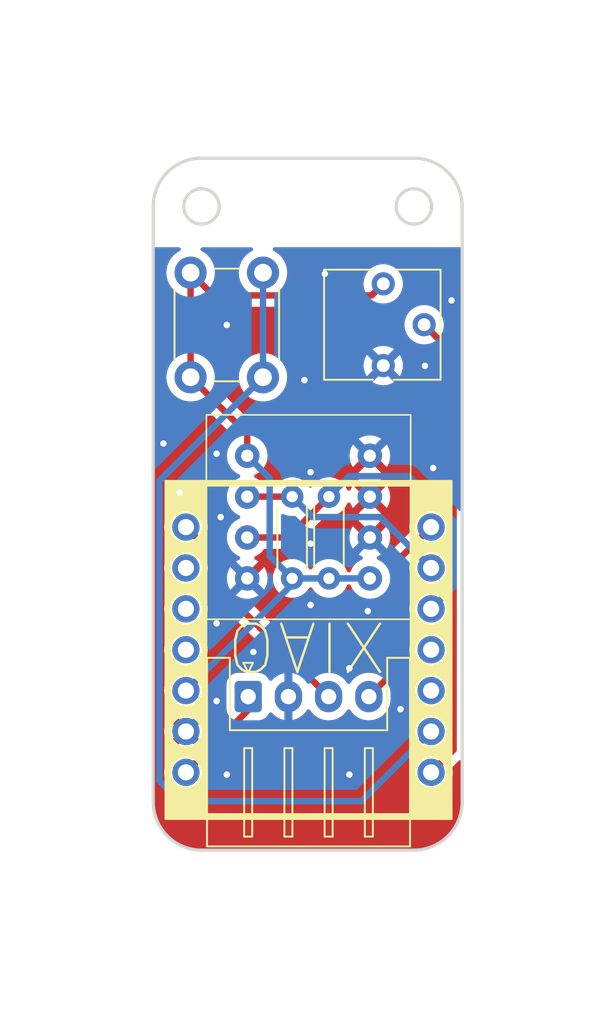
<source format=kicad_pcb>
(kicad_pcb (version 20221018) (generator pcbnew)
  (layers (0 "F.Cu" signal) (31 "B.Cu" signal) (34 "B.Paste" user) (35 "F.Paste" user) (36 "B.SilkS" user "B.Silkscreen") (37 "F.SilkS" user "F.Silkscreen") (38 "B.Mask" user) (39 "F.Mask" user) (44 "Edge.Cuts" user))
  (net 0 "")
  (net 1 "+5V")
  (net 2 "GND")
  (net 3 "TX")
  (net 4 "RX")
  (net 5 "Net-(U2-PA02_A0_D0)")
  (net 6 "+3.3V")
  (net 7 "Net-(U2-PA4_A1_D1)")
  (net 10 "SDA")
  (net 11 "SCL")
  (footprint "L3GD20H_Module:L3GD20H_Module" (layer "F.Cu") (at 147.32 84.074)
    (fp_text reference "U3" hide)
    (fp_text value "~" hide)
    (fp_rect (start -7.62 5.08) (end 5.08 -7.62) (stroke (width 0.1)) (fill none) (layer "F.SilkS"))
    (pad "1" thru_hole circle (at -5.08 -5.08) (size 1.524 1.524) (drill 0.762) (layers "*.Cu" "*.Mask") (net 6 "+3.3V"))
    (pad "2" thru_hole circle (at -5.08 -2.54) (size 1.524 1.524) (drill 0.762) (layers "*.Cu" "*.Mask") (net 11 "SCL"))
    (pad "3" thru_hole circle (at -5.08 0) (size 1.524 1.524) (drill 0.762) (layers "*.Cu" "*.Mask") (net 10 "SDA"))
    (pad "4" thru_hole circle (at -5.08 2.54) (size 1.524 1.524) (drill 0.762) (layers "*.Cu" "*.Mask") (net 2 "GND"))
    (pad "5" thru_hole circle (at 2.54 -5.08) (size 1.524 1.524) (drill 0.762) (layers "*.Cu" "*.Mask") (net 2 "GND"))
    (pad "6" thru_hole circle (at 2.54 -2.54) (size 1.524 1.524) (drill 0.762) (layers "*.Cu" "*.Mask") (net 2 "GND"))
    (pad "7" thru_hole circle (at 2.54 0) (size 1.524 1.524) (drill 0.762) (layers "*.Cu" "*.Mask") (net 2 "GND"))
    (pad "8" thru_hole circle (at 2.54 2.54) (size 1.524 1.524) (drill 0.762) (layers "*.Cu" "*.Mask") (net 6 "+3.3V"))
  )
  (footprint "Resistor_THT:R_Axial_DIN0204_L3.6mm_D1.6mm_P5.08mm_Horizontal" (layer "F.Cu") (at 147.32 81.534 -90)
    (fp_text reference "R2" hide)
    (fp_text value "R" hide)
    (fp_line (start 0.62 -0.92) (end 4.46 -0.92) (stroke (width 0.12)) (layer "F.SilkS"))
    (fp_line (start 0.62 0.92) (end 4.46 0.92) (stroke (width 0.12)) (layer "F.SilkS"))
    (pad "1" thru_hole circle (at 0 0 270) (size 1.4 1.4) (drill 0.7) (layers "*.Cu" "*.Mask") (net 10 "SDA"))
    (pad "2" thru_hole oval (at 5.08 0 270) (size 1.4 1.4) (drill 0.7) (layers "*.Cu" "*.Mask") (net 6 "+3.3V"))
  )
  (footprint "Connector_JST:JST_XH_S4B-XH-A_1x04_P2.50mm_Horizontal" (layer "F.Cu") (at 142.3 93.959)
    (fp_text reference "J1" hide)
    (fp_text value "Conn_01x04_Socket" hide)
    (fp_line (start -2.56 -2.41) (end -1.14 -2.41) (stroke (width 0.12)) (layer "F.SilkS"))
    (fp_line (start -2.56 9.31) (end -2.56 -2.41) (stroke (width 0.12)) (layer "F.SilkS"))
    (fp_line (start -1.14 -2.41) (end -1.14 2.09) (stroke (width 0.12)) (layer "F.SilkS"))
    (fp_line (start -1.14 2.09) (end 3.75 2.09) (stroke (width 0.12)) (layer "F.SilkS"))
    (fp_line (start -0.3 -2.1) (end 0.3 -2.1) (stroke (width 0.12)) (layer "F.SilkS"))
    (fp_line (start -0.25 3.2) (end -0.25 8.7) (stroke (width 0.12)) (layer "F.SilkS"))
    (fp_line (start -0.25 8.7) (end 0.25 8.7) (stroke (width 0.12)) (layer "F.SilkS"))
    (fp_line (start 0 -1.5) (end -0.3 -2.1) (stroke (width 0.12)) (layer "F.SilkS"))
    (fp_line (start 0.25 3.2) (end -0.25 3.2) (stroke (width 0.12)) (layer "F.SilkS"))
    (fp_line (start 0.25 8.7) (end 0.25 3.2) (stroke (width 0.12)) (layer "F.SilkS"))
    (fp_line (start 0.3 -2.1) (end 0 -1.5) (stroke (width 0.12)) (layer "F.SilkS"))
    (fp_line (start 2.25 3.2) (end 2.25 8.7) (stroke (width 0.12)) (layer "F.SilkS"))
    (fp_line (start 2.25 8.7) (end 2.75 8.7) (stroke (width 0.12)) (layer "F.SilkS"))
    (fp_line (start 2.75 3.2) (end 2.25 3.2) (stroke (width 0.12)) (layer "F.SilkS"))
    (fp_line (start 2.75 8.7) (end 2.75 3.2) (stroke (width 0.12)) (layer "F.SilkS"))
    (fp_line (start 3.75 9.31) (end -2.56 9.31) (stroke (width 0.12)) (layer "F.SilkS"))
    (fp_line (start 3.75 9.31) (end 10.06 9.31) (stroke (width 0.12)) (layer "F.SilkS"))
    (fp_line (start 4.75 3.2) (end 4.75 8.7) (stroke (width 0.12)) (layer "F.SilkS"))
    (fp_line (start 4.75 8.7) (end 5.25 8.7) (stroke (width 0.12)) (layer "F.SilkS"))
    (fp_line (start 5.25 3.2) (end 4.75 3.2) (stroke (width 0.12)) (layer "F.SilkS"))
    (fp_line (start 5.25 8.7) (end 5.25 3.2) (stroke (width 0.12)) (layer "F.SilkS"))
    (fp_line (start 7.25 3.2) (end 7.25 8.7) (stroke (width 0.12)) (layer "F.SilkS"))
    (fp_line (start 7.25 8.7) (end 7.75 8.7) (stroke (width 0.12)) (layer "F.SilkS"))
    (fp_line (start 7.75 3.2) (end 7.25 3.2) (stroke (width 0.12)) (layer "F.SilkS"))
    (fp_line (start 7.75 8.7) (end 7.75 3.2) (stroke (width 0.12)) (layer "F.SilkS"))
    (fp_line (start 8.64 -2.41) (end 8.64 2.09) (stroke (width 0.12)) (layer "F.SilkS"))
    (fp_line (start 8.64 2.09) (end 3.75 2.09) (stroke (width 0.12)) (layer "F.SilkS"))
    (fp_line (start 10.06 -2.41) (end 8.64 -2.41) (stroke (width 0.12)) (layer "F.SilkS"))
    (fp_line (start 10.06 9.31) (end 10.06 -2.41) (stroke (width 0.12)) (layer "F.SilkS"))
    (pad "1" thru_hole roundrect (at 0 0) (size 1.7 1.95) (drill 0.95) (layers "*.Cu" "*.Mask") (roundrect_rratio 0.1470588235) (net 1 "+5V"))
    (pad "2" thru_hole oval (at 2.5 0) (size 1.7 1.95) (drill 0.95) (layers "*.Cu" "*.Mask") (net 2 "GND"))
    (pad "3" thru_hole oval (at 5 0) (size 1.7 1.95) (drill 0.95) (layers "*.Cu" "*.Mask") (net 3 "TX"))
    (pad "4" thru_hole oval (at 7.5 0) (size 1.7 1.95) (drill 0.95) (layers "*.Cu" "*.Mask") (net 4 "RX"))
  )
  (footprint "Resistor_THT:R_Axial_DIN0204_L3.6mm_D1.6mm_P5.08mm_Horizontal" (layer "F.Cu") (at 145.034 81.534 -90)
    (fp_text reference "R1" hide)
    (fp_text value "R" hide)
    (fp_line (start 0.62 -0.92) (end 4.46 -0.92) (stroke (width 0.12)) (layer "F.SilkS"))
    (fp_line (start 0.62 0.92) (end 4.46 0.92) (stroke (width 0.12)) (layer "F.SilkS"))
    (pad "1" thru_hole circle (at 0 0 270) (size 1.4 1.4) (drill 0.7) (layers "*.Cu" "*.Mask") (net 11 "SCL"))
    (pad "2" thru_hole oval (at 5.08 0 270) (size 1.4 1.4) (drill 0.7) (layers "*.Cu" "*.Mask") (net 6 "+3.3V"))
  )
  (footprint "Button_Switch_THT:SW_PUSH_6mm" (layer "F.Cu") (at 138.72 74.116 90)
    (fp_text reference "SW1" hide)
    (fp_text value "SW_Push" hide)
    (fp_line (start -0.25 1.5) (end -0.25 3) (stroke (width 0.12)) (layer "F.SilkS"))
    (fp_line (start 1 5.5) (end 5.5 5.5) (stroke (width 0.12)) (layer "F.SilkS"))
    (fp_line (start 5.5 -1) (end 1 -1) (stroke (width 0.12)) (layer "F.SilkS"))
    (fp_line (start 6.75 3) (end 6.75 1.5) (stroke (width 0.12)) (layer "F.SilkS"))
    (pad "1" thru_hole circle (at 0 0 180) (size 2 2) (drill 1.1) (layers "*.Cu" "*.Mask") (net 6 "+3.3V"))
    (pad "1" thru_hole circle (at 6.5 0 180) (size 2 2) (drill 1.1) (layers "*.Cu" "*.Mask") (net 6 "+3.3V"))
    (pad "2" thru_hole circle (at 0 4.5 180) (size 2 2) (drill 1.1) (layers "*.Cu" "*.Mask") (net 7 "Net-(U2-PA4_A1_D1)"))
    (pad "2" thru_hole circle (at 6.5 4.5 180) (size 2 2) (drill 1.1) (layers "*.Cu" "*.Mask") (net 7 "Net-(U2-PA4_A1_D1)"))
  )
  (footprint "Potentiometer_THT:Potentiometer_Vishay_T73YP_Vertical" (layer "F.Cu") (at 150.697 73.391)
    (fp_text reference "RV1" hide)
    (fp_text value "R_Potentiometer_Trim_US" hide)
    (fp_line (start -3.68 -5.96) (end -3.68 0.88) (stroke (width 0.12)) (layer "F.SilkS"))
    (fp_line (start -3.68 -5.96) (end -0.65 -5.96) (stroke (width 0.12)) (layer "F.SilkS"))
    (fp_line (start -3.68 0.88) (end -0.65 0.88) (stroke (width 0.12)) (layer "F.SilkS"))
    (fp_line (start 0.65 -5.96) (end 3.56 -5.96) (stroke (width 0.12)) (layer "F.SilkS"))
    (fp_line (start 0.65 0.88) (end 3.56 0.88) (stroke (width 0.12)) (layer "F.SilkS"))
    (fp_line (start 3.56 -5.96) (end 3.56 0.88) (stroke (width 0.12)) (layer "F.SilkS"))
    (pad "1" thru_hole circle (at 0 0) (size 1.44 1.44) (drill 0.8) (layers "*.Cu" "*.Mask") (net 2 "GND"))
    (pad "2" thru_hole circle (at 2.54 -2.54) (size 1.44 1.44) (drill 0.8) (layers "*.Cu" "*.Mask") (net 5 "Net-(U2-PA02_A0_D0)"))
    (pad "3" thru_hole circle (at 0 -5.08) (size 1.44 1.44) (drill 0.8) (layers "*.Cu" "*.Mask") (net 6 "+3.3V"))
  )
  (footprint "Seeeduino_Xiao:seeeduinoXIAO" (layer "F.Cu") (at 146.150731 91.3765 180)
    (fp_text reference "U2" hide)
    (fp_text value "SeeeduinoXIAO" hide)
    (fp_text user "XIAO" (at 0.227731 0.5715 180 unlocked) (layer "F.SilkS") (effects (font (size 3 3))))
    (fp_line (start -8.7884 -10.1854) (end 8.9916 -10.1854) (stroke (width 0.12)) (layer "F.SilkS"))
    (fp_line (start -8.7884 10.8204) (end -8.7884 -10.1854) (stroke (width 0.12)) (layer "F.SilkS"))
    (fp_line (start -6.2484 10.8204) (end -6.2484 -10.1854) (stroke (width 0.12)) (layer "F.SilkS"))
    (fp_line (start 6.4516 -10.16) (end 6.4516 10.8077) (stroke (width 0.12)) (layer "F.SilkS"))
    (fp_line (start 6.4516 10.8077) (end -6.260139 10.825871) (stroke (width 0.1)) (layer "F.SilkS"))
    (fp_line (start 8.9916 -10.1854) (end 8.9916 10.8204) (stroke (width 0.12)) (layer "F.SilkS"))
    (fp_line (start 8.9916 10.8204) (end -8.7884 10.8204) (stroke (width 0.12)) (layer "F.SilkS"))
    (fp_rect (start 6.4262 -9.8806) (end -6.2484 -10.1727) (stroke (width 0.1)) (fill none) (layer "F.SilkS"))
    (fp_rect (start 6.4516 10.8077) (end -6.223 10.5156) (stroke (width 0.1)) (fill none) (layer "F.SilkS"))
    (fp_circle (center -7.5184 -7.289466) (end -8.4836 -7.264066) (stroke (width 0.1)) (fill none) (layer "F.SilkS"))
    (fp_circle (center -7.5184 -4.749466) (end -8.4836 -4.724066) (stroke (width 0.1)) (fill none) (layer "F.SilkS"))
    (fp_circle (center -7.5184 -2.209466) (end -8.4836 -2.184066) (stroke (width 0.1)) (fill none) (layer "F.SilkS"))
    (fp_circle (center -7.5184 0.330534) (end -8.4836 0.355934) (stroke (width 0.1)) (fill none) (layer "F.SilkS"))
    (fp_circle (center -7.5184 2.870534) (end -8.4836 2.895934) (stroke (width 0.1)) (fill none) (layer "F.SilkS"))
    (fp_circle (center -7.5184 5.410534) (end -8.4836 5.435934) (stroke (width 0.1)) (fill none) (layer "F.SilkS"))
    (fp_circle (center -7.5184 7.950534) (end -8.4836 7.975934) (stroke (width 0.1)) (fill none) (layer "F.SilkS"))
    (fp_circle (center 7.7216 -7.289466) (end 6.7564 -7.264066) (stroke (width 0.1)) (fill none) (layer "F.SilkS"))
    (fp_circle (center 7.7216 -4.749466) (end 6.7564 -4.724066) (stroke (width 0.1)) (fill none) (layer "F.SilkS"))
    (fp_circle (center 7.7216 -2.209466) (end 6.7564 -2.184066) (stroke (width 0.1)) (fill none) (layer "F.SilkS"))
    (fp_circle (center 7.7216 0.330534) (end 6.7564 0.355934) (stroke (width 0.1)) (fill none) (layer "F.SilkS"))
    (fp_circle (center 7.7216 2.870534) (end 6.7564 2.895934) (stroke (width 0.1)) (fill none) (layer "F.SilkS"))
    (fp_circle (center 7.7216 7.9502) (end 6.7564 7.9756) (stroke (width 0.1)) (fill none) (layer "F.SilkS"))
    (fp_circle (center 7.721934 5.4102) (end 6.756734 5.4356) (stroke (width 0.1)) (fill none) (layer "F.SilkS"))
    (fp_poly (pts (xy 6.4262 -9.8806) (xy 6.4262 -10.1727) (xy -6.260139 -10.179929) (xy -6.2484 -9.8806)) (stroke (width 0.1)) (fill solid) (layer "F.SilkS"))
    (fp_poly (pts (xy 6.4516 10.8077) (xy 6.4516 10.5156) (xy -6.223 10.5156) (xy -6.223 10.8077)) (stroke (width 0.1)) (fill solid) (layer "F.SilkS"))
    (fp_poly (pts (xy -8.495673 7.956005) (xy -8.800139 7.955671) (xy -8.774739 8.920871) (xy -7.885739 8.920871) (xy -8.088939 8.768471) (xy -8.342939 8.539871) (xy -8.419139 8.387471) (xy -8.495339 8.184271)) (stroke (width 0.1)) (fill solid) (layer "F.SilkS"))
    (fp_poly (pts (xy 6.756066 7.950534) (xy 6.4516 7.9502) (xy 6.477 8.9154) (xy 7.366 8.9154) (xy 7.1628 8.763) (xy 6.9088 8.5344) (xy 6.8326 8.382) (xy 6.7564 8.1788)) (stroke (width 0.1)) (fill solid) (layer "F.SilkS"))
    (fp_poly (pts (xy -8.495673 -2.229395) (xy -8.774739 -2.229729) (xy -8.800139 0.310271) (xy -8.495673 0.310605) (xy -8.469939 -0.019929) (xy -8.342939 -0.273929) (xy -8.139739 -0.477129) (xy -7.733339 -0.654929) (xy -7.403139 -0.654929) (xy -6.945939 -0.527929) (xy -6.590339 -0.096129) (xy -6.564939 -1.899529) (xy -6.895139 -1.442329) (xy -7.276139 -1.239129) (xy -7.758739 -1.239129) (xy -8.190539 -1.467729) (xy -8.393739 -1.721729) (xy -8.495339 -2.001129)) (stroke (width 0.1)) (fill solid) (layer "F.SilkS"))
    (fp_poly (pts (xy -8.495673 -7.283995) (xy -8.774739 -7.284329) (xy -8.800139 -4.744329) (xy -8.495673 -4.743995) (xy -8.469939 -5.074529) (xy -8.342939 -5.328529) (xy -8.139739 -5.557129) (xy -7.733339 -5.734929) (xy -7.403139 -5.7658) (xy -6.945939 -5.607929) (xy -6.590339 -5.176129) (xy -6.590339 -5.150729) (xy -6.564939 -6.954129) (xy -6.895139 -6.496929) (xy -7.276139 -6.293729) (xy -7.758739 -6.293729) (xy -8.190539 -6.522329) (xy -8.393739 -6.776329) (xy -8.495339 -7.055729)) (stroke (width 0.1)) (fill solid) (layer "F.SilkS"))
    (fp_poly (pts (xy -8.495673 -4.743995) (xy -8.774739 -4.744329) (xy -8.800139 -2.204329) (xy -8.495673 -2.203995) (xy -8.469939 -2.534529) (xy -8.342939 -2.788529) (xy -8.165139 -3.017129) (xy -7.758739 -3.194929) (xy -7.3914 -3.2004) (xy -6.945939 -3.093329) (xy -6.590339 -2.661529) (xy -6.590339 -2.610729) (xy -6.564939 -4.414129) (xy -6.895139 -3.956929) (xy -7.276139 -3.753729) (xy -7.758739 -3.753729) (xy -8.190539 -3.982329) (xy -8.393739 -4.236329) (xy -8.495339 -4.515729)) (stroke (width 0.1)) (fill solid) (layer "F.SilkS"))
    (fp_poly (pts (xy -8.495673 0.310605) (xy -8.774739 0.310271) (xy -8.800139 2.850271) (xy -8.495673 2.850605) (xy -8.469939 2.520071) (xy -8.342939 2.266071) (xy -8.139739 2.062871) (xy -7.733339 1.885071) (xy -7.403139 1.885071) (xy -6.971339 1.986671) (xy -6.615739 2.418471) (xy -6.590339 2.443871) (xy -6.564939 0.640471) (xy -6.895139 1.097671) (xy -7.276139 1.300871) (xy -7.758739 1.300871) (xy -8.190539 1.072271) (xy -8.393739 0.818271) (xy -8.495339 0.538871)) (stroke (width 0.1)) (fill solid) (layer "F.SilkS"))
    (fp_poly (pts (xy -8.495673 2.876005) (xy -8.774739 2.875671) (xy -8.800139 5.415671) (xy -8.495673 5.416005) (xy -8.469939 5.085471) (xy -8.342939 4.831471) (xy -8.165139 4.602871) (xy -7.758739 4.425071) (xy -7.403139 4.3942) (xy -6.945939 4.552071) (xy -6.590339 4.983871) (xy -6.590339 5.009271) (xy -6.564939 3.205871) (xy -6.895139 3.663071) (xy -7.276139 3.866271) (xy -7.758739 3.866271) (xy -8.190539 3.637671) (xy -8.393739 3.383671) (xy -8.495339 3.104271)) (stroke (width 0.1)) (fill solid) (layer "F.SilkS"))
    (fp_poly (pts (xy -8.495673 5.416005) (xy -8.774739 5.415671) (xy -8.800139 7.955671) (xy -8.495673 7.956005) (xy -8.469939 7.625471) (xy -8.342939 7.371471) (xy -8.165139 7.142871) (xy -7.758739 6.965071) (xy -7.403139 6.9596) (xy -6.945939 7.092071) (xy -6.590339 7.523871) (xy -6.590339 7.549271) (xy -6.564939 5.745871) (xy -6.895139 6.203071) (xy -7.276139 6.406271) (xy -7.758739 6.406271) (xy -8.190539 6.177671) (xy -8.393739 5.923671) (xy -8.495339 5.644271)) (stroke (width 0.1)) (fill solid) (layer "F.SilkS"))
    (fp_poly (pts (xy 6.756066 -7.289466) (xy 6.477 -7.2898) (xy 6.4516 -4.7498) (xy 6.756066 -4.749466) (xy 6.7818 -5.08) (xy 6.9088 -5.334) (xy 7.112 -5.5372) (xy 7.5184 -5.715) (xy 7.8486 -5.715) (xy 8.2804 -5.588) (xy 8.636 -5.1562) (xy 8.6614 -5.1562) (xy 8.6868 -6.9596) (xy 8.3566 -6.5024) (xy 7.9756 -6.2992) (xy 7.493 -6.2992) (xy 7.0612 -6.5278) (xy 6.858 -6.7818) (xy 6.7564 -7.0612)) (stroke (width 0.1)) (fill solid) (layer "F.SilkS"))
    (fp_poly (pts (xy 6.756066 -4.749466) (xy 6.477 -4.7498) (xy 6.4516 -2.2098) (xy 6.756066 -2.209466) (xy 6.7818 -2.54) (xy 6.9088 -2.794) (xy 7.112 -2.9972) (xy 7.5184 -3.175) (xy 7.8486 -3.175) (xy 8.2804 -3.048) (xy 8.636 -2.6162) (xy 8.6614 -2.6162) (xy 8.6868 -4.4196) (xy 8.3566 -3.9624) (xy 7.9756 -3.7592) (xy 7.493 -3.7592) (xy 7.0612 -3.9878) (xy 6.858 -4.2418) (xy 6.7564 -4.5212)) (stroke (width 0.1)) (fill solid) (layer "F.SilkS"))
    (fp_poly (pts (xy 6.756066 -2.234866) (xy 6.477 -2.2352) (xy 6.4516 0.3048) (xy 6.756066 0.305134) (xy 6.7818 -0.0254) (xy 6.9088 -0.2794) (xy 7.112 -0.4826) (xy 7.5184 -0.6604) (xy 7.8486 -0.6604) (xy 8.2804 -0.5334) (xy 8.636 -0.1016) (xy 8.6614 -0.1016) (xy 8.6868 -1.905) (xy 8.3566 -1.4478) (xy 7.9756 -1.2446) (xy 7.493 -1.2446) (xy 7.0612 -1.4732) (xy 6.858 -1.7272) (xy 6.7564 -2.0066)) (stroke (width 0.1)) (fill solid) (layer "F.SilkS"))
    (fp_poly (pts (xy 6.756066 0.305134) (xy 6.477 0.3048) (xy 6.4516 2.8448) (xy 6.756066 2.845134) (xy 6.7818 2.5146) (xy 6.9088 2.2606) (xy 7.112 2.0574) (xy 7.5184 1.8796) (xy 7.8486 1.8796) (xy 8.2804 2.0066) (xy 8.636 2.4384) (xy 8.6614 2.4384) (xy 8.6868 0.635) (xy 8.3566 1.0922) (xy 7.9756 1.2954) (xy 7.493 1.2954) (xy 7.0612 1.0668) (xy 6.858 0.8128) (xy 6.7564 0.5334)) (stroke (width 0.1)) (fill solid) (layer "F.SilkS"))
    (fp_poly (pts (xy 6.756066 2.870534) (xy 6.477 2.8702) (xy 6.4516 5.4102) (xy 6.756066 5.410534) (xy 6.7818 5.08) (xy 6.9088 4.826) (xy 7.112 4.6228) (xy 7.5184 4.445) (xy 7.8486 4.445) (xy 8.2804 4.572) (xy 8.636 5.0038) (xy 8.6614 5.0038) (xy 8.6868 3.2004) (xy 8.3566 3.6576) (xy 7.9756 3.8608) (xy 7.493 3.8608) (xy 7.0612 3.6322) (xy 6.858 3.3782) (xy 6.7564 3.0988)) (stroke (width 0.1)) (fill solid) (layer "F.SilkS"))
    (fp_poly (pts (xy 6.756066 5.410534) (xy 6.477 5.4102) (xy 6.4516 7.9502) (xy 6.756066 7.950534) (xy 6.7818 7.62) (xy 6.9088 7.366) (xy 7.112 7.1628) (xy 7.5184 6.985) (xy 7.8486 6.985) (xy 8.2804 7.112) (xy 8.636 7.5438) (xy 8.6614 7.5438) (xy 8.6868 5.7404) (xy 8.3566 6.1976) (xy 7.9756 6.4008) (xy 7.493 6.4008) (xy 7.0612 6.1722) (xy 6.858 5.9182) (xy 6.7564 5.6388)) (stroke (width 0.1)) (fill solid) (layer "F.SilkS"))
    (fp_poly (pts (xy -6.260139 10.825871) (xy -6.260139 -10.179929) (xy -8.800139 -10.192629) (xy -8.774739 -7.284329) (xy -8.546473 -7.283995) (xy -8.444539 -7.792329) (xy -8.114339 -8.071729) (xy -7.758739 -8.274929) (xy -7.276139 -8.274929) (xy -6.844339 -8.097129) (xy -6.539539 -7.614529) (xy -6.539539 -7.131929) (xy -6.564605 -4.743995) (xy -6.564605 2.876005) (xy -6.564271 5.415671) (xy -6.539205 7.955671) (xy -6.590339 8.336671) (xy -6.869739 8.717671) (xy -7.276139 8.920871) (xy -7.530139 8.921205) (xy -8.774739 8.920871) (xy -8.800139 10.813171)) (stroke (width 0.1)) (fill solid) (layer "F.SilkS"))
    (fp_poly (pts (xy 8.9916 10.8204) (xy 8.9916 -10.1854) (xy 6.4516 -10.16) (xy 6.477 -7.2898) (xy 6.705266 -7.289466) (xy 6.8072 -7.7978) (xy 7.1374 -8.0772) (xy 7.493 -8.2804) (xy 7.9756 -8.2804) (xy 8.382 -8.0518) (xy 8.6868 -7.5692) (xy 8.7122 -7.1374) (xy 8.687134 -4.749466) (xy 8.687134 2.870534) (xy 8.687468 5.4102) (xy 8.687134 7.9502) (xy 8.636 8.3312) (xy 8.382 8.7122) (xy 7.9756 8.9154) (xy 7.7216 8.915734) (xy 6.477 8.9154) (xy 6.4516 10.8077)) (stroke (width 0.1)) (fill solid) (layer "F.SilkS"))
    (pad "1" thru_hole circle (at -7.5184 -7.2898) (size 1.7 1.7) (drill 1) (layers "*.Cu" "*.Mask") (net 5 "Net-(U2-PA02_A0_D0)"))
    (pad "2" thru_hole circle (at -7.5184 -4.7498) (size 1.7 1.7) (drill 1) (layers "*.Cu" "*.Mask") (net 7 "Net-(U2-PA4_A1_D1)"))
    (pad "3" thru_hole circle (at -7.5184 -2.2098) (size 1.7 1.7) (drill 1) (layers "*.Cu" "*.Mask"))
    (pad "4" thru_hole circle (at -7.5184 0.3302) (size 1.7 1.7) (drill 1) (layers "*.Cu" "*.Mask"))
    (pad "5" thru_hole circle (at -7.5184 2.8702) (size 1.7 1.7) (drill 1) (layers "*.Cu" "*.Mask") (net 10 "SDA"))
    (pad "6" thru_hole circle (at -7.5184 5.4102) (size 1.7 1.7) (drill 1) (layers "*.Cu" "*.Mask") (net 11 "SCL"))
    (pad "7" thru_hole circle (at -7.5184 7.9502) (size 1.7 1.7) (drill 1) (layers "*.Cu" "*.Mask") (net 4 "RX"))
    (pad "8" thru_hole circle (at 7.7216 7.9502) (size 1.7 1.7) (drill 1) (layers "*.Cu" "*.Mask") (net 3 "TX"))
    (pad "9" thru_hole circle (at 7.7216 5.4102) (size 1.7 1.7) (drill 1) (layers "*.Cu" "*.Mask"))
    (pad "10" thru_hole circle (at 7.7216 2.8702) (size 1.7 1.7) (drill 1) (layers "*.Cu" "*.Mask"))
    (pad "11" thru_hole circle (at 7.7216 0.3302) (size 1.7 1.7) (drill 1) (layers "*.Cu" "*.Mask"))
    (pad "12" thru_hole circle (at 7.7216 -2.2098) (size 1.7 1.7) (drill 1) (layers "*.Cu" "*.Mask") (net 6 "+3.3V"))
    (pad "13" thru_hole circle (at 7.7216 -4.7498) (size 1.7 1.7) (drill 1) (layers "*.Cu" "*.Mask") (net 2 "GND"))
    (pad "14" thru_hole circle (at 7.7216 -7.2898) (size 1.7 1.7) (drill 1) (layers "*.Cu" "*.Mask") (net 1 "+5V"))
  )
  (gr_line (start 155.598 100.5) (end 155.598 63.5) (stroke (width 0.2)) (layer "Edge.Cuts"))
  (gr_arc (start 152.598 60.5) (mid 154.71932 61.37868) (end 155.598 63.5) (stroke (width 0.2)) (layer "Edge.Cuts"))
  (gr_line (start 139.398 103.5) (end 152.598 103.5) (stroke (width 0.2)) (layer "Edge.Cuts"))
  (gr_circle (center 139.398 63.5) (end 140.498 63.5) (stroke (width 0.2)) (fill none) (layer "Edge.Cuts"))
  (gr_arc (start 139.398 103.5) (mid 137.27668 102.62132) (end 136.398 100.5) (stroke (width 0.2)) (layer "Edge.Cuts"))
  (gr_line (start 152.598 60.5) (end 139.398 60.5) (stroke (width 0.2)) (layer "Edge.Cuts"))
  (gr_circle (center 152.598 63.5) (end 153.698 63.5) (stroke (width 0.2)) (fill none) (layer "Edge.Cuts"))
  (gr_arc (start 136.398 63.5) (mid 137.27668 61.37868) (end 139.398 60.5) (stroke (width 0.2)) (layer "Edge.Cuts"))
  (gr_arc (start 155.598 100.5) (mid 154.71932 102.62132) (end 152.598 103.5) (stroke (width 0.2)) (layer "Edge.Cuts"))
  (gr_line (start 136.398 63.5) (end 136.398 100.5) (stroke (width 0.2)) (layer "Edge.Cuts"))
  (segment (start 142.3 93.959) (end 142.3 94.795431) (width 0.4) (layer "F.Cu") (net 1))
  (segment (start 142.3 94.795431) (end 138.429131 98.6663) (width 0.4) (layer "F.Cu") (net 1))
  (via (at 140.335 78.867) (size 0.8) (drill 0.4) (layers "F.Cu" "B.Cu") (net 2))
  (via (at 154.94 69.342) (size 0.8) (drill 0.4) (layers "F.Cu" "B.Cu") (net 2))
  (via (at 153.797 79.756) (size 0.8) (drill 0.4) (layers "F.Cu" "B.Cu") (net 2))
  (via (at 151.765 94.742) (size 0.8) (drill 0.4) (layers "F.Cu" "B.Cu") (net 2))
  (via (at 140.97 98.806) (size 0.8) (drill 0.4) (layers "F.Cu" "B.Cu") (net 2))
  (via (at 137.033 78.232) (size 0.8) (drill 0.4) (layers "F.Cu" "B.Cu") (net 2))
  (via (at 148.59 92.202) (size 0.8) (drill 0.4) (layers "F.Cu" "B.Cu") (net 2))
  (via (at 140.335 89.408) (size 0.8) (drill 0.4) (layers "F.Cu" "B.Cu") (net 2))
  (via (at 142.621 91.186) (size 0.8) (drill 0.4) (layers "F.Cu" "B.Cu") (net 2))
  (via (at 140.97 70.866) (size 0.8) (drill 0.4) (layers "F.Cu" "B.Cu") (net 2))
  (via (at 146.177 80.01) (size 0.8) (drill 0.4) (layers "F.Cu" "B.Cu") (net 2))
  (via (at 140.589 82.804) (size 0.8) (drill 0.4) (layers "F.Cu" "B.Cu") (net 2))
  (via (at 146.177 84.455) (size 0.8) (drill 0.4) (layers "F.Cu" "B.Cu") (net 2))
  (via (at 138.049 81.28) (size 0.8) (drill 0.4) (layers "F.Cu" "B.Cu") (net 2))
  (via (at 140.335 94.234) (size 0.8) (drill 0.4) (layers "F.Cu" "B.Cu") (net 2))
  (via (at 153.289 73.406) (size 0.8) (drill 0.4) (layers "F.Cu" "B.Cu") (net 2))
  (via (at 146.177 88.265) (size 0.8) (drill 0.4) (layers "F.Cu" "B.Cu") (net 2))
  (via (at 147.066 67.691) (size 0.8) (drill 0.4) (layers "F.Cu" "B.Cu") (net 2))
  (via (at 148.59 98.806) (size 0.8) (drill 0.4) (layers "F.Cu" "B.Cu") (net 2))
  (via (at 145.796 74.295) (size 0.8) (drill 0.4) (layers "F.Cu" "B.Cu") (net 2))
  (via (at 149.733 88.646) (size 0.8) (drill 0.4) (layers "F.Cu" "B.Cu") (net 2))
  (segment (start 147.3 93.959) (end 140.589 87.248) (width 0.4) (layer "F.Cu") (net 3))
  (segment (start 140.589 87.248) (end 140.589 85.586169) (width 0.4) (layer "F.Cu") (net 3))
  (segment (start 140.589 85.586169) (end 138.429131 83.4263) (width 0.4) (layer "F.Cu") (net 3))
  (segment (start 151.511 92.248) (end 151.511 85.584431) (width 0.4) (layer "F.Cu") (net 4))
  (segment (start 149.8 93.959) (end 151.511 92.248) (width 0.4) (layer "F.Cu") (net 4))
  (segment (start 151.511 85.584431) (end 153.669131 83.4263) (width 0.4) (layer "F.Cu") (net 4))
  (segment (start 155.067 72.681) (end 153.237 70.851) (width 0.4) (layer "F.Cu") (net 5))
  (segment (start 153.669131 98.6663) (end 155.067 97.268431) (width 0.4) (layer "F.Cu") (net 5))
  (segment (start 155.067 97.268431) (end 155.067 72.681) (width 0.4) (layer "F.Cu") (net 5))
  (segment (start 150.697 68.311) (end 149.977001 69.030999) (width 0.4) (layer "F.Cu") (net 6))
  (segment (start 142.24 77.636) (end 142.24 78.994) (width 0.4) (layer "F.Cu") (net 6))
  (segment (start 140.134999 69.030999) (end 138.72 67.616) (width 0.4) (layer "F.Cu") (net 6))
  (segment (start 138.72 74.116) (end 142.24 77.636) (width 0.4) (layer "F.Cu") (net 6))
  (segment (start 138.72 67.616) (end 138.72 74.116) (width 0.4) (layer "F.Cu") (net 6))
  (segment (start 149.977001 69.030999) (end 140.134999 69.030999) (width 0.4) (layer "F.Cu") (net 6))
  (segment (start 145.034 86.614) (end 149.86 86.614) (width 0.4) (layer "B.Cu") (net 6))
  (segment (start 143.637 85.217) (end 143.637 80.391) (width 0.4) (layer "B.Cu") (net 6))
  (segment (start 145.034 86.614) (end 143.637 85.217) (width 0.4) (layer "B.Cu") (net 6))
  (segment (start 138.429131 93.5863) (end 145.034 86.981431) (width 0.4) (layer "B.Cu") (net 6))
  (segment (start 143.637 80.391) (end 142.24 78.994) (width 0.4) (layer "B.Cu") (net 6))
  (segment (start 145.034 86.981431) (end 145.034 86.614) (width 0.4) (layer "B.Cu") (net 6))
  (segment (start 143.22 74.116) (end 136.779 80.557) (width 0.4) (layer "B.Cu") (net 7))
  (segment (start 136.779 99.187) (end 138.049 100.457) (width 0.4) (layer "B.Cu") (net 7))
  (segment (start 138.049 100.457) (end 149.338431 100.457) (width 0.4) (layer "B.Cu") (net 7))
  (segment (start 149.338431 100.457) (end 153.669131 96.1263) (width 0.4) (layer "B.Cu") (net 7))
  (segment (start 143.22 74.116) (end 143.22 67.616) (width 0.4) (layer "B.Cu") (net 7))
  (segment (start 136.779 80.557) (end 136.779 99.187) (width 0.4) (layer "B.Cu") (net 7))
  (segment (start 142.24 84.074) (end 144.78 84.074) (width 0.4) (layer "F.Cu") (net 10))
  (segment (start 144.78 84.074) (end 147.32 81.534) (width 0.4) (layer "F.Cu") (net 10))
  (segment (start 155.067 87.108431) (end 153.669131 88.5063) (width 0.4) (layer "B.Cu") (net 10))
  (segment (start 148.59 80.264) (end 152.274598 80.264) (width 0.4) (layer "B.Cu") (net 10))
  (segment (start 147.32 81.534) (end 148.59 80.264) (width 0.4) (layer "B.Cu") (net 10))
  (segment (start 155.067 83.056402) (end 155.067 87.108431) (width 0.4) (layer "B.Cu") (net 10))
  (segment (start 152.274598 80.264) (end 155.067 83.056402) (width 0.4) (layer "B.Cu") (net 10))
  (segment (start 142.24 81.534) (end 145.034 81.534) (width 0.4) (layer "F.Cu") (net 11))
  (segment (start 145.034 81.534) (end 146.304 82.804) (width 0.4) (layer "B.Cu") (net 11))
  (segment (start 150.506831 82.804) (end 153.669131 85.9663) (width 0.4) (layer "B.Cu") (net 11))
  (segment (start 146.304 82.804) (end 150.506831 82.804) (width 0.4) (layer "B.Cu") (net 11))
  (zone (net 0) (net_name "") (layers "F&B.Cu") (connect_pads (clearance 0)) (min_thickness 0.25)
    (keepout (tracks not_allowed) (vias not_allowed) (pads not_allowed) (copperpour not_allowed) (footprints allowed))
    (fill (thermal_gap 0.5) (thermal_bridge_width 0.5))
    (polygon (pts (xy 134.62 66.04) (xy 157.607 66.04) (xy 157.607 59.563) (xy 134.62 59.563)))
  )
  (zone (net 2) (net_name "GND") (layers "F&B.Cu") (connect_pads (clearance 0.5)) (min_thickness 0.25) (fill yes (thermal_gap 0.5) (thermal_bridge_width 0.5))
    (polygon (pts (xy 127 50.8) (xy 126.873 114.3) (xy 164.973 114.3) (xy 165.1 50.927) (xy 127 50.673)))
  )
)
</source>
